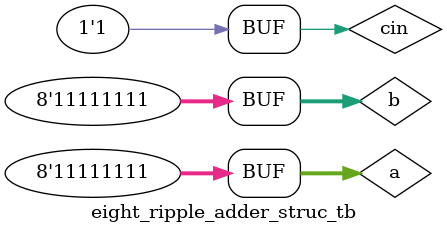
<source format=v>
module eight_ripple_adder_struc_tb();

reg [7:0] a, b;
reg cin;

wire [7:0] sum;
wire cout;

initial
$monitor("a = %b, b = %b, cin = %b, cout = %b, sum = %b", a,b,cin,cout,sum);

initial 
begin 

a = 8'b00000000;
b = 8'b00000000;
cin = 1'b0;

#10;

a = 8'b00000001;
b = 8'b00000010;
cin = 1'b0;

#10;

a = 8'b00000100;
b = 8'b00000010;
cin = 1'b0;

#10;

a = 8'b10100000;
b = 8'b00000101;
cin = 1'b0;

#10;

a = 8'b00001111;
b = 8'b11110000;
cin = 1'b0;

#10;

a = 8'b00011000;
b = 8'b11011011;
cin = 1'b0;

#10;

a = 8'b01100110;
b = 8'b00100110;
cin = 1'b0;

#10;

a = 8'b01101110;
b = 8'b01100110;
cin = 1'b1;

#10;

a = 8'b11111111;
b = 8'b11111111;
cin = 1'b1;

#10;

end 


eight_ripple_adder_struc inst1(
.a(a),
.b(b),
.cin(cin),
.sum(sum),
.cout(cout)
);



endmodule

</source>
